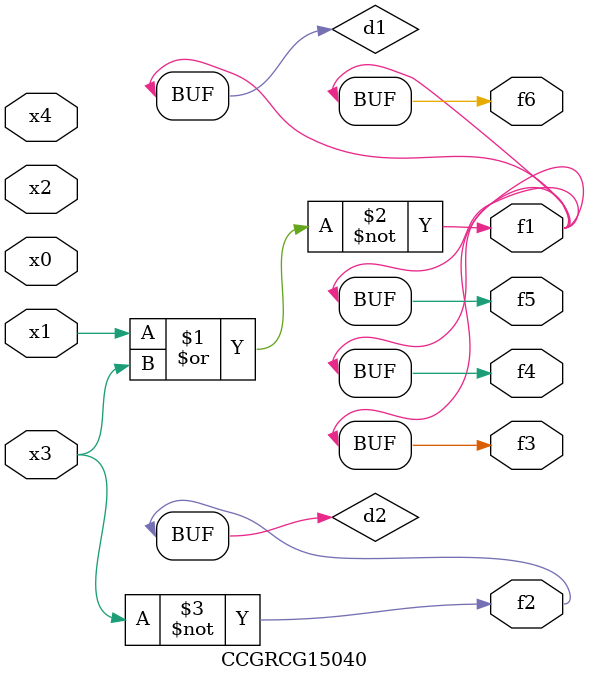
<source format=v>
module CCGRCG15040(
	input x0, x1, x2, x3, x4,
	output f1, f2, f3, f4, f5, f6
);

	wire d1, d2;

	nor (d1, x1, x3);
	not (d2, x3);
	assign f1 = d1;
	assign f2 = d2;
	assign f3 = d1;
	assign f4 = d1;
	assign f5 = d1;
	assign f6 = d1;
endmodule

</source>
